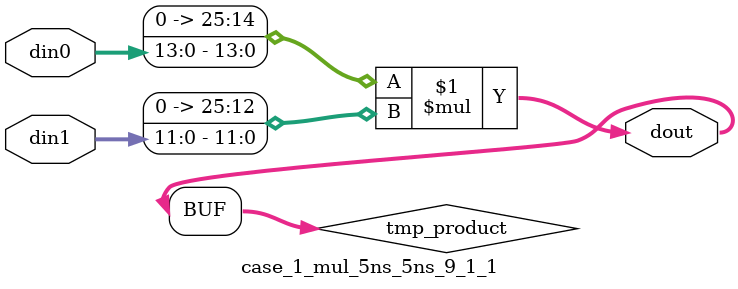
<source format=v>

`timescale 1 ns / 1 ps

 (* use_dsp = "no" *)  module case_1_mul_5ns_5ns_9_1_1(din0, din1, dout);
parameter ID = 1;
parameter NUM_STAGE = 0;
parameter din0_WIDTH = 14;
parameter din1_WIDTH = 12;
parameter dout_WIDTH = 26;

input [din0_WIDTH - 1 : 0] din0; 
input [din1_WIDTH - 1 : 0] din1; 
output [dout_WIDTH - 1 : 0] dout;

wire signed [dout_WIDTH - 1 : 0] tmp_product;
























assign tmp_product = $signed({1'b0, din0}) * $signed({1'b0, din1});











assign dout = tmp_product;





















endmodule

</source>
